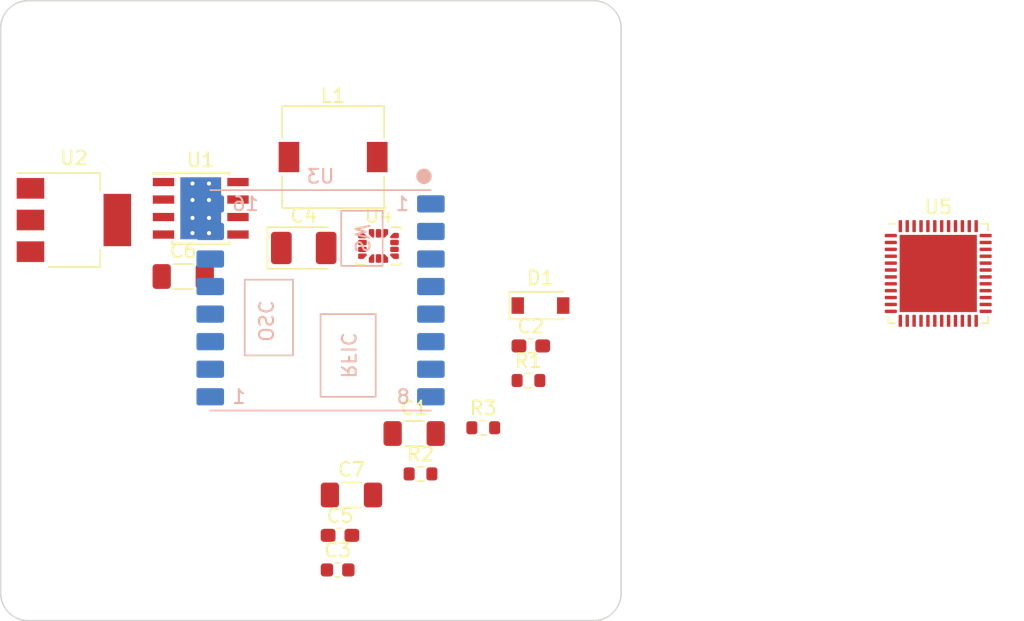
<source format=kicad_pcb>
(kicad_pcb (version 20211014) (generator pcbnew)
  (layers (0 "F.Cu" mixed) (1 "In1.Cu" power) (2 "In2.Cu" signal) (31 "B.Cu" power) (34 "B.Paste" user) (35 "F.Paste" user) (36 "B.SilkS" user "B.Silkscreen") (37 "F.SilkS" user "F.Silkscreen") (38 "B.Mask" user) (39 "F.Mask" user) (44 "Edge.Cuts" user))
  (net 0 "")
  (net 1 "-BATT")
  (net 2 "+BATT")
  (net 3 "Net-(C3-Pad1)")
  (net 4 "Net-(C3-Pad2)")
  (net 5 "+5V")
  (net 6 "+3V3")
  (net 7 "Net-(R1-Pad2)")
  (net 8 "Net-(R2-Pad2)")
  (footprint "Capacitor_SMD:C_1206_3216Metric_Pad1.33x1.80mm_HandSolder" (layer "F.Cu") (at 137.24 99.02)
    (fp_text reference "C6" (at 0 -1.85) (layer "F.SilkS"))
    (fp_text value "10u")
    (fp_line (start -0.711252 0.91) (end 0.711252 0.91) (layer "F.SilkS") (width 0.12))
    (fp_line (start -0.711252 -0.91) (end 0.711252 -0.91) (layer "F.SilkS") (width 0.12))
    (pad "1" smd roundrect (at -1.5625 0) (size 1.325 1.8) (layers "F.Cu" "F.Paste" "F.Mask") (roundrect_rratio 0.188679) (net 1 "-BATT"))
    (pad "2" smd roundrect (at 1.5625 0) (size 1.325 1.8) (layers "F.Cu" "F.Paste" "F.Mask") (roundrect_rratio 0.188679) (net 5 "+5V"))
  )
  (footprint "Inductor_SMD:L_7.3x7.3_H4.5" (layer "F.Cu") (at 148.11 90.35)
    (fp_text reference "L1" (at 0 -4.45) (layer "F.SilkS"))
    (fp_text value "100u 250mΩ")
    (fp_line (start 3.7 3.7) (end -3.7 3.7) (layer "F.SilkS") (width 0.12))
    (fp_line (start -3.7 -3.7) (end 3.7 -3.7) (layer "F.SilkS") (width 0.12))
    (fp_line (start 3.7 1.4) (end 3.7 3.7) (layer "F.SilkS") (width 0.12))
    (fp_line (start 3.7 -3.7) (end 3.7 -1.4) (layer "F.SilkS") (width 0.12))
    (fp_line (start -3.7 -1.4) (end -3.7 -3.7) (layer "F.SilkS") (width 0.12))
    (fp_line (start -3.7 3.7) (end -3.7 1.4) (layer "F.SilkS") (width 0.12))
    (pad "1" smd rect (at -3.2 0) (size 1.5 2.2) (layers "F.Cu" "F.Paste" "F.Mask") (net 4 "Net-(C3-Pad2)"))
    (pad "2" smd rect (at 3.2 0) (size 1.5 2.2) (layers "F.Cu" "F.Paste" "F.Mask") (net 5 "+5V"))
  )
  (footprint "Diode_SMD:D_SOD-123" (layer "F.Cu") (at 163.15 101.13)
    (fp_text reference "D1" (at 0 -2) (layer "F.SilkS"))
    (fp_text value "B5819W SL")
    (fp_line (start -2.25 -1) (end 1.65 -1) (layer "F.SilkS") (width 0.12))
    (fp_line (start -2.25 1) (end 1.65 1) (layer "F.SilkS") (width 0.12))
    (fp_line (start -2.25 -1) (end -2.25 1) (layer "F.SilkS") (width 0.12))
    (pad "1" smd rect (at -1.65 0) (size 0.9 1.2) (layers "F.Cu" "F.Paste" "F.Mask") (net 4 "Net-(C3-Pad2)"))
    (pad "2" smd rect (at 1.65 0) (size 0.9 1.2) (layers "F.Cu" "F.Paste" "F.Mask") (net 1 "-BATT"))
  )
  (footprint "Package_SO:TI_SO-PowerPAD-8_ThermalVias" (layer "F.Cu") (at 138.51 94.07)
    (fp_text reference "U1" (at 0 -3.5) (layer "F.SilkS"))
    (fp_text value "TPS5430DDA")
    (fp_line (start -2.075 -2.525) (end -3.475 -2.525) (layer "F.SilkS") (width 0.15))
    (fp_line (start -2.075 -2.575) (end 2.075 -2.575) (layer "F.SilkS") (width 0.15))
    (fp_line (start -2.075 2.575) (end 2.075 2.575) (layer "F.SilkS") (width 0.15))
    (fp_line (start -2.075 2.575) (end -2.075 2.43) (layer "F.SilkS") (width 0.15))
    (fp_line (start 2.075 2.575) (end 2.075 2.43) (layer "F.SilkS") (width 0.15))
    (fp_line (start 2.075 -2.575) (end 2.075 -2.43) (layer "F.SilkS") (width 0.15))
    (fp_line (start -2.075 -2.575) (end -2.075 -2.525) (layer "F.SilkS") (width 0.15))
    (pad "1" smd rect (at -2.7 -1.905) (size 1.55 0.6) (layers "F.Cu" "F.Paste" "F.Mask") (net 3 "Net-(C3-Pad1)"))
    (pad "2" smd rect (at -2.7 -0.635) (size 1.55 0.6) (layers "F.Cu" "F.Paste" "F.Mask"))
    (pad "3" smd rect (at -2.7 0.635) (size 1.55 0.6) (layers "F.Cu" "F.Paste" "F.Mask"))
    (pad "4" smd rect (at -2.7 1.905) (size 1.55 0.6) (layers "F.Cu" "F.Paste" "F.Mask") (net 7 "Net-(R1-Pad2)"))
    (pad "5" smd rect (at 2.7 1.905) (size 1.55 0.6) (layers "F.Cu" "F.Paste" "F.Mask"))
    (pad "6" smd rect (at 2.7 0.635) (size 1.55 0.6) (layers "F.Cu" "F.Paste" "F.Mask") (net 1 "-BATT"))
    (pad "7" smd rect (at 2.7 -0.635) (size 1.55 0.6) (layers "F.Cu" "F.Paste" "F.Mask") (net 2 "+BATT"))
    (pad "8" smd rect (at 2.7 -1.905) (size 1.55 0.6) (layers "F.Cu" "F.Paste" "F.Mask") (net 4 "Net-(C3-Pad2)"))
    (pad "9" thru_hole circle (at -0.6 1.8) (size 0.6 0.6) (drill 0.3) (layers *.Cu) (net 1 "-BATT"))
    (pad "9" smd rect (at 0 0) (size 2.6 3.1) (layers "F.Cu" "F.Paste" "F.Mask") (net 1 "-BATT"))
    (pad "9" thru_hole circle (at 0.6 -1.8) (size 0.6 0.6) (drill 0.3) (layers *.Cu) (net 1 "-BATT"))
    (pad "9" thru_hole circle (at -0.6 0.7) (size 0.6 0.6) (drill 0.3) (layers *.Cu) (net 1 "-BATT"))
    (pad "9" thru_hole circle (at 0.6 0.7) (size 0.6 0.6) (drill 0.3) (layers *.Cu) (net 1 "-BATT"))
    (pad "9" smd rect (at 0 0) (size 2.95 4.5) (layers "B.Cu") (net 1 "-BATT"))
    (pad "9" thru_hole circle (at 0.6 -0.6) (size 0.6 0.6) (drill 0.3) (layers *.Cu) (net 1 "-BATT"))
    (pad "9" thru_hole circle (at -0.6 -0.6) (size 0.6 0.6) (drill 0.3) (layers *.Cu) (net 1 "-BATT"))
    (pad "9" thru_hole circle (at 0.6 1.8) (size 0.6 0.6) (drill 0.3) (layers *.Cu) (net 1 "-BATT"))
    (pad "9" smd rect (at 0 0) (size 2.95 4.5) (layers "F.Cu") (net 1 "-BATT"))
    (pad "9" thru_hole circle (at -0.6 -1.8) (size 0.6 0.6) (drill 0.3) (layers *.Cu) (net 1 "-BATT"))
  )
  (footprint "Capacitor_SMD:C_1206_3216Metric_Pad1.33x1.80mm_HandSolder" (layer "F.Cu") (at 149.44 114.88)
    (fp_text reference "C7" (at 0 -1.85) (layer "F.SilkS"))
    (fp_text value "10u")
    (fp_line (start -0.711252 0.91) (end 0.711252 0.91) (layer "F.SilkS") (width 0.12))
    (fp_line (start -0.711252 -0.91) (end 0.711252 -0.91) (layer "F.SilkS") (width 0.12))
    (pad "1" smd roundrect (at -1.5625 0) (size 1.325 1.8) (layers "F.Cu" "F.Paste" "F.Mask") (roundrect_rratio 0.188679) (net 1 "-BATT"))
    (pad "2" smd roundrect (at 1.5625 0) (size 1.325 1.8) (layers "F.Cu" "F.Paste" "F.Mask") (roundrect_rratio 0.188679) (net 6 "+3V3"))
  )
  (footprint "Package_TO_SOT_SMD:SOT-223-3_TabPin2" (layer "F.Cu") (at 129.31 94.92)
    (fp_text reference "U2" (at 0 -4.5) (layer "F.SilkS"))
    (fp_text value "AMS1117-3.3")
    (fp_line (start 1.91 3.41) (end 1.91 2.15) (layer "F.SilkS") (width 0.12))
    (fp_line (start -1.85 3.41) (end 1.91 3.41) (layer "F.SilkS") (width 0.12))
    (fp_line (start 1.91 -3.41) (end 1.91 -2.15) (layer "F.SilkS") (width 0.12))
    (fp_line (start -4.1 -3.41) (end 1.91 -3.41) (layer "F.SilkS") (width 0.12))
    (pad "1" smd rect (at -3.15 -2.3) (size 2 1.5) (layers "F.Cu" "F.Paste" "F.Mask") (net 1 "-BATT"))
    (pad "2" smd rect (at 3.15 0) (size 2 3.8) (layers "F.Cu" "F.Paste" "F.Mask") (net 6 "+3V3"))
    (pad "2" smd rect (at -3.15 0) (size 2 1.5) (layers "F.Cu" "F.Paste" "F.Mask") (net 6 "+3V3"))
    (pad "3" smd rect (at -3.15 2.3) (size 2 1.5) (layers "F.Cu" "F.Paste" "F.Mask") (net 5 "+5V"))
  )
  (footprint "Package_DFN_QFN:QFN-48-1EP_7x7mm_P0.5mm_EP5.6x5.6mm" (layer "F.Cu") (at 192 98.8)
    (fp_text reference "U5" (at 0 -4.82) (layer "F.SilkS"))
    (fp_text value "STM32F411CEUx")
    (fp_line (start 3.135 -3.61) (end 3.61 -3.61) (layer "F.SilkS") (width 0.12))
    (fp_line (start 3.135 3.61) (end 3.61 3.61) (layer "F.SilkS") (width 0.12))
    (fp_line (start -3.135 3.61) (end -3.61 3.61) (layer "F.SilkS") (width 0.12))
    (fp_line (start 3.61 3.61) (end 3.61 3.135) (layer "F.SilkS") (width 0.12))
    (fp_line (start -3.61 3.61) (end -3.61 3.135) (layer "F.SilkS") (width 0.12))
    (fp_line (start -3.135 -3.61) (end -3.61 -3.61) (layer "F.SilkS") (width 0.12))
    (fp_line (start 3.61 -3.61) (end 3.61 -3.135) (layer "F.SilkS") (width 0.12))
    (pad "1" smd roundrect (at -3.4375 -2.75) (size 0.875 0.25) (layers "F.Cu" "F.Paste" "F.Mask"))
    (pad "2" smd roundrect (at -3.4375 -2.25) (size 0.875 0.25) (layers "F.Cu" "F.Paste" "F.Mask"))
    (pad "3" smd roundrect (at -3.4375 -1.75) (size 0.875 0.25) (layers "F.Cu" "F.Paste" "F.Mask"))
    (pad "4" smd roundrect (at -3.4375 -1.25) (size 0.875 0.25) (layers "F.Cu" "F.Paste" "F.Mask"))
    (pad "5" smd roundrect (at -3.4375 -0.75) (size 0.875 0.25) (layers "F.Cu" "F.Paste" "F.Mask"))
    (pad "6" smd roundrect (at -3.4375 -0.25) (size 0.875 0.25) (layers "F.Cu" "F.Paste" "F.Mask"))
    (pad "7" smd roundrect (at -3.4375 0.25) (size 0.875 0.25) (layers "F.Cu" "F.Paste" "F.Mask"))
    (pad "8" smd roundrect (at -3.4375 0.75) (size 0.875 0.25) (layers "F.Cu" "F.Paste" "F.Mask"))
    (pad "9" smd roundrect (at -3.4375 1.25) (size 0.875 0.25) (layers "F.Cu" "F.Paste" "F.Mask"))
    (pad "10" smd roundrect (at -3.4375 1.75) (size 0.875 0.25) (layers "F.Cu" "F.Paste" "F.Mask"))
    (pad "11" smd roundrect (at -3.4375 2.25) (size 0.875 0.25) (layers "F.Cu" "F.Paste" "F.Mask"))
    (pad "12" smd roundrect (at -3.4375 2.75) (size 0.875 0.25) (layers "F.Cu" "F.Paste" "F.Mask"))
    (pad "13" smd roundrect (at -2.75 3.4375) (size 0.25 0.875) (layers "F.Cu" "F.Paste" "F.Mask"))
    (pad "14" smd roundrect (at -2.25 3.4375) (size 0.25 0.875) (layers "F.Cu" "F.Paste" "F.Mask"))
    (pad "15" smd roundrect (at -1.75 3.4375) (size 0.25 0.875) (layers "F.Cu" "F.Paste" "F.Mask"))
    (pad "16" smd roundrect (at -1.25 3.4375) (size 0.25 0.875) (layers "F.Cu" "F.Paste" "F.Mask"))
    (pad "17" smd roundrect (at -0.75 3.4375) (size 0.25 0.875) (layers "F.Cu" "F.Paste" "F.Mask"))
    (pad "18" smd roundrect (at -0.25 3.4375) (size 0.25 0.875) (layers "F.Cu" "F.Paste" "F.Mask"))
    (pad "19" smd roundrect (at 0.25 3.4375) (size 0.25 0.875) (layers "F.Cu" "F.Paste" "F.Mask"))
    (pad "20" smd roundrect (at 0.75 3.4375) (size 0.25 0.875) (layers "F.Cu" "F.Paste" "F.Mask"))
    (pad "21" smd roundrect (at 1.25 3.4375) (size 0.25 0.875) (layers "F.Cu" "F.Paste" "F.Mask"))
    (pad "22" smd roundrect (at 1.75 3.4375) (size 0.25 0.875) (layers "F.Cu" "F.Paste" "F.Mask"))
    (pad "23" smd roundrect (at 2.25 3.4375) (size 0.25 0.875) (layers "F.Cu" "F.Paste" "F.Mask"))
    (pad "24" smd roundrect (at 2.75 3.4375) (size 0.25 0.875) (layers "F.Cu" "F.Paste" "F.Mask"))
    (pad "25" smd roundrect (at 3.4375 2.75) (size 0.875 0.25) (layers "F.Cu" "F.Paste" "F.Mask"))
    (pad "26" smd roundrect (at 3.4375 2.25) (size 0.875 0.25) (layers "F.Cu" "F.Paste" "F.Mask"))
    (pad "27" smd roundrect (at 3.4375 1.75) (size 0.875 0.25) (layers "F.Cu" "F.Paste" "F.Mask"))
    (pad "28" smd roundrect (at 3.4375 1.25) (size 0.875 0.25) (layers "F.Cu" "F.Paste" "F.Mask"))
    (pad "29" smd roundrect (at 3.4375 0.75) (size 0.875 0.25) (layers "F.Cu" "F.Paste" "F.Mask"))
    (pad "30" smd roundrect (at 3.4375 0.25) (size 0.875 0.25) (layers "F.Cu" "F.Paste" "F.Mask"))
    (pad "31" smd roundrect (at 3.4375 -0.25) (size 0.875 0.25) (layers "F.Cu" "F.Paste" "F.Mask"))
    (pad "32" smd roundrect (at 3.4375 -0.75) (size 0.875 0.25) (layers "F.Cu" "F.Paste" "F.Mask"))
    (pad "33" smd roundrect (at 3.4375 -1.25) (size 0.875 0.25) (layers "F.Cu" "F.Paste" "F.Mask"))
    (pad "34" smd roundrect (at 3.4375 -1.75) (size 0.875 0.25) (layers "F.Cu" "F.Paste" "F.Mask"))
    (pad "35" smd roundrect (at 3.4375 -2.25) (size 0.875 0.25) (layers "F.Cu" "F.Paste" "F.Mask"))
    (pad "36" smd roundrect (at 3.4375 -2.75) (size 0.875 0.25) (layers "F.Cu" "F.Paste" "F.Mask"))
    (pad "37" smd roundrect (at 2.75 -3.4375) (size 0.25 0.875) (layers "F.Cu" "F.Paste" "F.Mask"))
    (pad "38" smd roundrect (at 2.25 -3.4375) (size 0.25 0.875) (layers "F.Cu" "F.Paste" "F.Mask"))
    (pad "39" smd roundrect (at 1.75 -3.4375) (size 0.25 0.875) (layers "F.Cu" "F.Paste" "F.Mask"))
    (pad "40" smd roundrect (at 1.25 -3.4375) (size 0.25 0.875) (layers "F.Cu" "F.Paste" "F.Mask"))
    (pad "41" smd roundrect (at 0.75 -3.4375) (size 0.25 0.875) (layers "F.Cu" "F.Paste" "F.Mask"))
    (pad "42" smd roundrect (at 0.25 -3.4375) (size 0.25 0.875) (layers "F.Cu" "F.Paste" "F.Mask"))
    (pad "43" smd roundrect (at -0.25 -3.4375) (size 0.25 0.875) (layers "F.Cu" "F.Paste" "F.Mask"))
    (pad "44" smd roundrect (at -0.75 -3.4375) (size 0.25 0.875) (layers "F.Cu" "F.Paste" "F.Mask"))
    (pad "45" smd roundrect (at -1.25 -3.4375) (size 0.25 0.875) (layers "F.Cu" "F.Paste" "F.Mask"))
    (pad "46" smd roundrect (at -1.75 -3.4375) (size 0.25 0.875) (layers "F.Cu" "F.Paste" "F.Mask"))
    (pad "47" smd roundrect (at -2.25 -3.4375) (size 0.25 0.875) (layers "F.Cu" "F.Paste" "F.Mask"))
    (pad "48" smd roundrect (at -2.75 -3.4375) (size 0.25 0.875) (layers "F.Cu" "F.Paste" "F.Mask"))
    (pad "49" smd rect (at 0 0) (size 5.6 5.6) (layers "F.Cu" "F.Mask"))
  )
  (footprint "Resistor_SMD:R_0603_1608Metric" (layer "F.Cu") (at 154.45 113.35)
    (fp_text reference "R2" (at 0 -1.43) (layer "F.SilkS"))
    (fp_text value "3k")
    (fp_line (start -0.237258 -0.5225) (end 0.237258 -0.5225) (layer "F.SilkS") (width 0.12))
    (fp_line (start -0.237258 0.5225) (end 0.237258 0.5225) (layer "F.SilkS") (width 0.12))
    (pad "1" smd roundrect (at -0.825 0) (size 0.8 0.95) (layers "F.Cu" "F.Paste" "F.Mask") (net 7 "Net-(R1-Pad2)"))
    (pad "2" smd roundrect (at 0.825 0) (size 0.8 0.95) (layers "F.Cu" "F.Paste" "F.Mask") (net 8 "Net-(R2-Pad2)"))
  )
  (footprint "Capacitor_SMD:C_0603_1608Metric_Pad1.08x0.95mm_HandSolder" (layer "F.Cu") (at 148.61 117.81)
    (fp_text reference "C5" (at 0 -1.43) (layer "F.SilkS"))
    (fp_text value "100n")
    (fp_line (start -0.146267 0.51) (end 0.146267 0.51) (layer "F.SilkS") (width 0.12))
    (fp_line (start -0.146267 -0.51) (end 0.146267 -0.51) (layer "F.SilkS") (width 0.12))
    (pad "1" smd roundrect (at -0.8625 0) (size 1.075 0.95) (layers "F.Cu" "F.Paste" "F.Mask") (net 1 "-BATT"))
    (pad "2" smd roundrect (at 0.8625 0) (size 1.075 0.95) (layers "F.Cu" "F.Paste" "F.Mask") (net 5 "+5V"))
  )
  (footprint "Capacitor_SMD:C_0603_1608Metric" (layer "F.Cu") (at 148.44 120.32)
    (fp_text reference "C3" (at 0 -1.43) (layer "F.SilkS"))
    (fp_text value "10n")
    (fp_line (start -0.14058 0.51) (end 0.14058 0.51) (layer "F.SilkS") (width 0.12))
    (fp_line (start -0.14058 -0.51) (end 0.14058 -0.51) (layer "F.SilkS") (width 0.12))
    (pad "1" smd roundrect (at -0.775 0) (size 0.9 0.95) (layers "F.Cu" "F.Paste" "F.Mask") (net 3 "Net-(C3-Pad1)"))
    (pad "2" smd roundrect (at 0.775 0) (size 0.9 0.95) (layers "F.Cu" "F.Paste" "F.Mask") (net 4 "Net-(C3-Pad2)"))
  )
  (footprint "MountingHole:MountingHole_2.1mm" (layer "F.Cu") (at 161.5 86.5)
    (fp_text reference "REF**1" hide)
    (fp_text value "MountingHole_2.1mm" hide)
    (pad "" np_thru_hole circle (at 0 0) (size 2.1 2.1) (drill 2.1) (layers *.Cu *.Mask))
  )
  (footprint "Capacitor_SMD:C_0603_1608Metric_Pad1.08x0.95mm_HandSolder" (layer "F.Cu") (at 162.45 104.06)
    (fp_text reference "C2" (at 0 -1.43) (layer "F.SilkS"))
    (fp_text value "100n")
    (fp_line (start -0.146267 0.51) (end 0.146267 0.51) (layer "F.SilkS") (width 0.12))
    (fp_line (start -0.146267 -0.51) (end 0.146267 -0.51) (layer "F.SilkS") (width 0.12))
    (pad "1" smd roundrect (at -0.8625 0) (size 1.075 0.95) (layers "F.Cu" "F.Paste" "F.Mask") (net 1 "-BATT"))
    (pad "2" smd roundrect (at 0.8625 0) (size 1.075 0.95) (layers "F.Cu" "F.Paste" "F.Mask") (net 2 "+BATT"))
  )
  (footprint "Package_LGA:LGA-14_3x2.5mm_P0.5mm_LayoutBorder3x4y" (layer "F.Cu") (at 151.4 96.8)
    (fp_text reference "U4" (at 0 -2.2) (layer "F.SilkS"))
    (fp_text value "LSM6DS3")
    (fp_line (start -1.61 1.36) (end -1.61 1.21) (layer "F.SilkS") (width 0.12))
    (fp_line (start 0.96 1.36) (end 1.61 1.36) (layer "F.SilkS") (width 0.12))
    (fp_line (start -0.96 1.36) (end -1.61 1.36) (layer "F.SilkS") (width 0.12))
    (fp_line (start 1.61 1.36) (end 1.61 1.21) (layer "F.SilkS") (width 0.12))
    (fp_line (start 1.61 -1.36) (end 1.61 -1.21) (layer "F.SilkS") (width 0.12))
    (fp_line (start 0.96 -1.36) (end 1.61 -1.36) (layer "F.SilkS") (width 0.12))
    (fp_line (start -0.96 -1.36) (end -1.61 -1.36) (layer "F.SilkS") (width 0.12))
    (pad "1" smd custom (at -1.1625 -0.75) (size 0.223223 0.223223) (layers "F.Cu" "F.Paste" "F.Mask") (options (clearance outline) (anchor circle)) (primitives (gr_poly (pts (xy 0.2375 0.081066) (xy 0.2375 0.125) (xy -0.2375 0.125) (xy -0.2375 -0.125) (xy 0.031434 -0.125)) (width 0.15) (fill yes))))
    (pad "2" smd roundrect (at -1.1625 -0.25) (size 0.625 0.4) (layers "F.Cu" "F.Paste" "F.Mask"))
    (pad "3" smd roundrect (at -1.1625 0.25) (size 0.625 0.4) (layers "F.Cu" "F.Paste" "F.Mask"))
    (pad "4" smd custom (at -1.1625 0.75) (size 0.223223 0.223223) (layers "F.Cu" "F.Paste" "F.Mask") (options (clearance outline) (anchor circle)) (primitives (gr_poly (pts (xy 0.2375 -0.081066) (xy 0.031434 0.125) (xy -0.2375 0.125) (xy -0.2375 -0.125) (xy 0.2375 -0.125)) (width 0.15) (fill yes))))
    (pad "5" smd custom (at -0.5 0.9125) (size 0.223223 0.223223) (layers "F.Cu" "F.Paste" "F.Mask") (options (clearance outline) (anchor circle)) (primitives (gr_poly (pts (xy 0.125 0.2375) (xy -0.125 0.2375) (xy -0.125 -0.031434) (xy 0.081066 -0.2375) (xy 0.125 -0.2375)) (width 0.15) (fill yes))))
    (pad "6" smd roundrect (at 0 0.9125) (size 0.4 0.625) (layers "F.Cu" "F.Paste" "F.Mask"))
    (pad "7" smd custom (at 0.5 0.9125) (size 0.223223 0.223223) (layers "F.Cu" "F.Paste" "F.Mask") (options (clearance outline) (anchor circle)) (primitives (gr_poly (pts (xy 0.125 -0.031434) (xy 0.125 0.2375) (xy -0.125 0.2375) (xy -0.125 -0.2375) (xy -0.081066 -0.2375)) (width 0.15) (fill yes))))
    (pad "8" smd custom (at 1.1625 0.75) (size 0.223223 0.223223) (layers "F.Cu" "F.Paste" "F.Mask") (options (clearance outline) (anchor circle)) (primitives (gr_poly (pts (xy 0.2375 0.125) (xy -0.031434 0.125) (xy -0.2375 -0.081066) (xy -0.2375 -0.125) (xy 0.2375 -0.125)) (width 0.15) (fill yes))))
    (pad "9" smd roundrect (at 1.1625 0.25) (size 0.625 0.4) (layers "F.Cu" "F.Paste" "F.Mask"))
    (pad "10" smd roundrect (at 1.1625 -0.25) (size 0.625 0.4) (layers "F.Cu" "F.Paste" "F.Mask"))
    (pad "11" smd custom (at 1.1625 -0.75) (size 0.223223 0.223223) (layers "F.Cu" "F.Paste" "F.Mask") (options (clearance outline) (anchor circle)) (primitives (gr_poly (pts (xy 0.2375 0.125) (xy -0.2375 0.125) (xy -0.2375 0.081066) (xy -0.031434 -0.125) (xy 0.2375 -0.125)) (width 0.15) (fill yes))))
    (pad "12" smd custom (at 0.5 -0.9125) (size 0.223223 0.223223) (layers "F.Cu" "F.Paste" "F.Mask") (options (clearance outline) (anchor circle)) (primitives (gr_poly (pts (xy 0.125 0.031434) (xy -0.081066 0.2375) (xy -0.125 0.2375) (xy -0.125 -0.2375) (xy 0.125 -0.2375)) (width 0.15) (fill yes))))
    (pad "13" smd roundrect (at 0 -0.9125) (size 0.4 0.625) (layers "F.Cu" "F.Paste" "F.Mask"))
    (pad "14" smd custom (at -0.5 -0.9125) (size 0.223223 0.223223) (layers "F.Cu" "F.Paste" "F.Mask") (options (clearance outline) (anchor circle)) (primitives (gr_poly (pts (xy 0.125 0.2375) (xy 0.081066 0.2375) (xy -0.125 0.031434) (xy -0.125 -0.2375) (xy 0.125 -0.2375)) (width 0.15) (fill yes))))
  )
  (footprint "Capacitor_Tantalum_SMD:CP_EIA-3528-15_AVX-H_Pad1.50x2.35mm_HandSolder" (layer "F.Cu") (at 145.98 96.95)
    (fp_text reference "C4" (at 0 -2.35) (layer "F.SilkS"))
    (fp_text value "100u 6.3V")
    (fp_line (start 1.75 -1.51) (end -2.635 -1.51) (layer "F.SilkS") (width 0.12))
    (fp_line (start -2.635 -1.51) (end -2.635 1.51) (layer "F.SilkS") (width 0.12))
    (fp_line (start -2.635 1.51) (end 1.75 1.51) (layer "F.SilkS") (width 0.12))
    (pad "1" smd roundrect (at -1.625 0) (size 1.5 2.35) (layers "F.Cu" "F.Paste" "F.Mask") (roundrect_rratio 0.166667) (net 5 "+5V"))
    (pad "2" smd roundrect (at 1.625 0) (size 1.5 2.35) (layers "F.Cu" "F.Paste" "F.Mask") (roundrect_rratio 0.166667) (net 1 "-BATT"))
  )
  (footprint "Resistor_SMD:R_0603_1608Metric" (layer "F.Cu") (at 159 110)
    (fp_text reference "R3" (at 0 -1.43) (layer "F.SilkS"))
    (fp_text value "240")
    (fp_line (start -0.237258 -0.5225) (end 0.237258 -0.5225) (layer "F.SilkS") (width 0.12))
    (fp_line (start -0.237258 0.5225) (end 0.237258 0.5225) (layer "F.SilkS") (width 0.12))
    (pad "1" smd roundrect (at -0.825 0) (size 0.8 0.95) (layers "F.Cu" "F.Paste" "F.Mask") (net 8 "Net-(R2-Pad2)"))
    (pad "2" smd roundrect (at 0.825 0) (size 0.8 0.95) (layers "F.Cu" "F.Paste" "F.Mask") (net 1 "-BATT"))
  )
  (footprint "MountingHole:MountingHole_2.1mm" (layer "F.Cu") (at 131.5 116.5)
    (fp_text reference "REF**2" hide)
    (fp_text value "MountingHole_2.1mm" hide)
    (pad "" np_thru_hole circle (at 0 0) (size 2.1 2.1) (drill 2.1) (layers *.Cu *.Mask))
  )
  (footprint "Capacitor_SMD:C_1206_3216Metric_Pad1.33x1.80mm_HandSolder" (layer "F.Cu") (at 153.99 110.42)
    (fp_text reference "C1" (at 0 -1.85) (layer "F.SilkS"))
    (fp_text value "10u")
    (fp_line (start -0.711252 -0.91) (end 0.711252 -0.91) (layer "F.SilkS") (width 0.12))
    (fp_line (start -0.711252 0.91) (end 0.711252 0.91) (layer "F.SilkS") (width 0.12))
    (pad "1" smd roundrect (at -1.5625 0) (size 1.325 1.8) (layers "F.Cu" "F.Paste" "F.Mask") (roundrect_rratio 0.188679) (net 1 "-BATT"))
    (pad "2" smd roundrect (at 1.5625 0) (size 1.325 1.8) (layers "F.Cu" "F.Paste" "F.Mask") (roundrect_rratio 0.188679) (net 2 "+BATT"))
  )
  (footprint "MountingHole:MountingHole_2.1mm" (layer "F.Cu") (at 161.5 116.5)
    (fp_text reference "REF**3" hide)
    (fp_text value "MountingHole_2.1mm" hide)
    (pad "" np_thru_hole circle (at 0 0) (size 2.1 2.1) (drill 2.1) (layers *.Cu *.Mask))
  )
  (footprint "MountingHole:MountingHole_2.1mm" (layer "F.Cu") (at 131.5 86.5)
    (fp_text reference "REF**" hide)
    (fp_text value "MountingHole_2.1mm" hide)
    (pad "" np_thru_hole circle (at 0 0) (size 2.1 2.1) (drill 2.1) (layers *.Cu *.Mask))
  )
  (footprint "Resistor_SMD:R_0603_1608Metric" (layer "F.Cu") (at 162.28 106.57)
    (fp_text reference "R1" (at 0 -1.43) (layer "F.SilkS"))
    (fp_text value "10k")
    (fp_line (start -0.237258 0.5225) (end 0.237258 0.5225) (layer "F.SilkS") (width 0.12))
    (fp_line (start -0.237258 -0.5225) (end 0.237258 -0.5225) (layer "F.SilkS") (width 0.12))
    (pad "1" smd roundrect (at -0.825 0) (size 0.8 0.95) (layers "F.Cu" "F.Paste" "F.Mask") (net 5 "+5V"))
    (pad "2" smd roundrect (at 0.825 0) (size 0.8 0.95) (layers "F.Cu" "F.Paste" "F.Mask") (net 7 "Net-(R1-Pad2)"))
  )
  (footprint "000_sjt:DL-RTS4432_board" (layer "B.Cu") (at 147.2 100.75 180)
    (fp_text reference "U3" (at 0 9 unlocked) (layer "B.SilkS") (effects (justify mirror)))
    (fp_text value "DL-RTS4432")
    (fp_text user "1" (at 6.5 -7 unlocked) (layer "B.SilkS") (effects (justify right mirror)))
    (fp_text user "RFIC" (at -2 -4 270 unlocked) (layer "B.SilkS") (effects (justify mirror)))
    (fp_text user "1" (at -6.5 7 unlocked) (layer "B.SilkS") (effects (justify left mirror)))
    (fp_text user "SW" (at -3 4.5 270 unlocked) (layer "B.SilkS") (effects (justify mirror)))
    (fp_text user "16" (at 6.5 7 unlocked) (layer "B.SilkS") (effects (justify right mirror)))
    (fp_text user "OSC" (at 4 -1.5 270 unlocked) (layer "B.SilkS") (effects (justify mirror)))
    (fp_text user "8" (at -6 -7 unlocked) (layer "B.SilkS") (effects (justify mirror)))
    (fp_line (start -8 -8) (end 8 -8) (layer "B.SilkS") (width 0.12))
    (fp_line (start -8 8) (end 8 8) (layer "B.SilkS") (width 0.12))
    (fp_rect (start -4 -1) (end 0 -7) (layer "B.SilkS") (width 0.12) (fill none))
    (fp_rect (start -4.5 6.5) (end -1.5 2.5) (layer "B.SilkS") (width 0.12) (fill none))
    (fp_rect (start 2 1.5) (end 5.5 -4) (layer "B.SilkS") (width 0.12) (fill none))
    (fp_circle (center -7.5 9) (end -7 9) (layer "B.SilkS") (width 0.12) (fill solid))
    (pad "1" smd roundrect (at -8 7 180) (size 2 1.25) (layers "B.Cu" "B.Paste" "B.Mask") (roundrect_rratio 0.1312335958))
    (pad "2" smd roundrect (at -8 5 180) (size 2 1.25) (layers "B.Cu" "B.Paste" "B.Mask") (roundrect_rratio 0.1312335958))
    (pad "3" smd roundrect (at -8 3 180) (size 2 1.25) (layers "B.Cu" "B.Paste" "B.Mask") (roundrect_rratio 0.1312335958))
    (pad "4" smd roundrect (at -8 1 180) (size 2 1.25) (layers "B.Cu" "B.Paste" "B.Mask") (roundrect_rratio 0.1312335958))
    (pad "5" smd roundrect (at -8 -1 180) (size 2 1.25) (layers "B.Cu" "B.Paste" "B.Mask") (roundrect_rratio 0.1312335958))
    (pad "6" smd roundrect (at -8 -3 180) (size 2 1.25) (layers "B.Cu" "B.Paste" "B.Mask") (roundrect_rratio 0.1312335958))
    (pad "7" smd roundrect (at -8 -5 180) (size 2 1.25) (layers "B.Cu" "B.Paste" "B.Mask") (roundrect_rratio 0.1312335958))
    (pad "8" smd roundrect (at -8 -7 180) (size 2 1.25) (layers "B.Cu" "B.Paste" "B.Mask") (roundrect_rratio 0.1312335958))
    (pad "9" smd roundrect (at 8 -7 180) (size 2 1.25) (layers "B.Cu" "B.Paste" "B.Mask") (roundrect_rratio 0.1312335958))
    (pad "10" smd roundrect (at 8 -5 180) (size 2 1.25) (layers "B.Cu" "B.Paste" "B.Mask") (roundrect_rratio 0.1312335958))
    (pad "11" smd roundrect (at 8 -3 180) (size 2 1.25) (layers "B.Cu" "B.Paste" "B.Mask") (roundrect_rratio 0.1312335958))
    (pad "12" smd roundrect (at 8 -1 180) (size 2 1.25) (layers "B.Cu" "B.Paste" "B.Mask") (roundrect_rratio 0.1312335958))
    (pad "13" smd roundrect (at 8 1 180) (size 2 1.25) (layers "B.Cu" "B.Paste" "B.Mask") (roundrect_rratio 0.1312335958))
    (pad "14" smd roundrect (at 8 3 180) (size 2 1.25) (layers "B.Cu" "B.Paste" "B.Mask") (roundrect_rratio 0.1312335958))
    (pad "15" smd roundrect (at 8 5 180) (size 2 1.25) (layers "B.Cu" "B.Paste" "B.Mask") (roundrect_rratio 0.1312335958))
    (pad "16" smd roundrect (at 8 7 180) (size 2 1.25) (layers "B.Cu" "B.Paste" "B.Mask") (roundrect_rratio 0.1312335958))
  )
  (gr_arc (start 126 124) (mid 124.585786 123.414214) (end 124 122) (layer "Edge.Cuts") (width 0.1))
  (gr_arc (start 167 79) (mid 168.414214 79.585786) (end 169 81) (layer "Edge.Cuts") (width 0.1))
  (gr_line (start 124 122) (end 124 81) (layer "Edge.Cuts") (width 0.1))
  (gr_line (start 126 79) (end 167 79) (layer "Edge.Cuts") (width 0.1))
  (gr_line (start 167 124) (end 126 124) (layer "Edge.Cuts") (width 0.1))
  (gr_line (start 169 81) (end 169 122) (layer "Edge.Cuts") (width 0.1))
  (gr_arc (start 169 122) (mid 168.414214 123.414214) (end 167 124) (layer "Edge.Cuts") (width 0.1))
  (gr_arc (start 124 81) (mid 124.585786 79.585786) (end 126 79) (layer "Edge.Cuts") (width 0.1))
)
</source>
